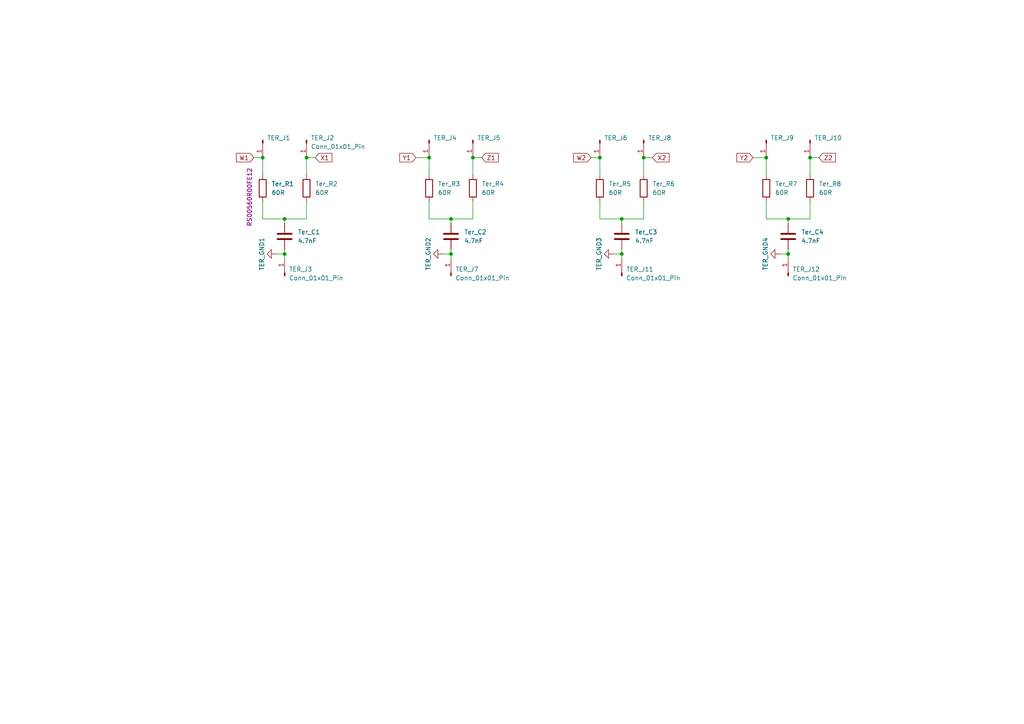
<source format=kicad_sch>
(kicad_sch (version 20231120) (generator "eeschema") (generator_version "8.0")
  (paper "A4")
  (lib_symbols
    (symbol "Connector:Conn_01x01_Pin" (pin_names (offset 1.016) hide)
      (property "Reference" "J" (at 0 2.54 0))
      (property "Value" "Conn_01x01_Pin" (at 0 -2.54 0))
      (symbol "Conn_01x01_Pin_1_1"
        (polyline (pts (xy 1.27 0) (xy 0.8636 0)) (stroke (width 0.1524)))
        (rectangle (start 0.8636 0.127) (end 0 -0.127) (stroke (width 0.1524)) (fill (type outline)))
        (pin passive line (at 5.08 0 180) (length 3.81) (name "Pin_1") (number "1"))
      )
    )
    (symbol "Device:C" (pin_numbers hide) (pin_names (offset 0.254))
      (property "Reference" "C" (at 0.635 2.54 0))
      (property "Value" "C" (at 0.635 -2.54 0))
      (symbol "C_0_1"
        (polyline (pts (xy -2.032 -0.762) (xy 2.032 -0.762)) (stroke (width 0.508)))
        (polyline (pts (xy -2.032 0.762) (xy 2.032 0.762)) (stroke (width 0.508)))
      )
      (symbol "C_1_1"
        (pin passive line (at 0 3.81 270) (length 2.794) (name "~") (number "1"))
        (pin passive line (at 0 -3.81 90) (length 2.794) (name "~") (number "2"))
      )
    )
    (symbol "Device:R" (pin_numbers hide) (pin_names (offset 0))
      (property "Reference" "R" (at 2.032 0 90))
      (property "Value" "R" (at 0 0 90))
      (symbol "R_0_1"
        (rectangle (start -1.016 -2.54) (end 1.016 2.54) (stroke (width 0.254)))
      )
      (symbol "R_1_1"
        (pin passive line (at 0 3.81 270) (length 1.27) (name "~") (number "1"))
        (pin passive line (at 0 -3.81 90) (length 1.27) (name "~") (number "2"))
      )
    )
    (symbol "power:GND" (power) (pin_numbers hide) (pin_names (offset 0) hide)
      (property "Value" "GND" (at 0 -3.81 0))
      (symbol "GND_0_1"
        (polyline (pts (xy 0 0) (xy 0 -1.27) (xy 1.27 -1.27) (xy 0 -2.54) (xy -1.27 -1.27) (xy 0 -1.27)))
      )
      (symbol "GND_1_1"
        (pin power_in line (at 0 0 270) (length 0) (name "~") (number "1"))
      )
    )
  )
  (junction (at 173.99 45.72))
  (junction (at 228.6 73.66))
  (junction (at 186.69 45.72))
  (junction (at 124.46 45.72))
  (junction (at 234.95 45.72))
  (junction (at 130.81 63.5))
  (junction (at 82.55 73.66))
  (junction (at 180.34 63.5))
  (junction (at 180.34 73.66))
  (junction (at 130.81 73.66))
  (junction (at 88.9 45.72))
  (junction (at 82.55 63.5))
  (junction (at 137.16 45.72))
  (junction (at 228.6 63.5))
  (junction (at 76.2 45.72))
  (junction (at 222.25 45.72))
  (wire (pts (xy 88.9 45.72) (xy 88.9 50.8)))
  (wire (pts (xy 218.44 45.72) (xy 222.25 45.72)))
  (wire (pts (xy 124.46 45.72) (xy 124.46 50.8)))
  (wire (pts (xy 186.69 45.72) (xy 186.69 50.8)))
  (wire (pts (xy 189.23 45.72) (xy 186.69 45.72)))
  (wire (pts (xy 222.25 58.42) (xy 222.25 63.5)))
  (wire (pts (xy 228.6 63.5) (xy 234.95 63.5)))
  (wire (pts (xy 130.81 74.93) (xy 130.81 73.66)))
  (wire (pts (xy 171.45 45.72) (xy 173.99 45.72)))
  (wire (pts (xy 124.46 63.5) (xy 130.81 63.5)))
  (wire (pts (xy 76.2 63.5) (xy 82.55 63.5)))
  (wire (pts (xy 228.6 74.93) (xy 228.6 73.66)))
  (wire (pts (xy 91.44 45.72) (xy 88.9 45.72)))
  (wire (pts (xy 180.34 64.77) (xy 180.34 63.5)))
  (wire (pts (xy 80.01 73.66) (xy 82.55 73.66)))
  (wire (pts (xy 234.95 45.72) (xy 234.95 50.8)))
  (wire (pts (xy 76.2 58.42) (xy 76.2 63.5)))
  (wire (pts (xy 124.46 58.42) (xy 124.46 63.5)))
  (wire (pts (xy 177.8 73.66) (xy 180.34 73.66)))
  (wire (pts (xy 128.27 73.66) (xy 130.81 73.66)))
  (wire (pts (xy 82.55 64.77) (xy 82.55 63.5)))
  (wire (pts (xy 173.99 45.72) (xy 173.99 50.8)))
  (wire (pts (xy 137.16 45.72) (xy 137.16 50.8)))
  (wire (pts (xy 222.25 45.72) (xy 222.25 50.8)))
  (wire (pts (xy 180.34 63.5) (xy 186.69 63.5)))
  (wire (pts (xy 130.81 73.66) (xy 130.81 72.39)))
  (wire (pts (xy 186.69 63.5) (xy 186.69 58.42)))
  (wire (pts (xy 137.16 63.5) (xy 137.16 58.42)))
  (wire (pts (xy 222.25 63.5) (xy 228.6 63.5)))
  (wire (pts (xy 234.95 63.5) (xy 234.95 58.42)))
  (wire (pts (xy 228.6 73.66) (xy 228.6 72.39)))
  (wire (pts (xy 130.81 63.5) (xy 137.16 63.5)))
  (wire (pts (xy 88.9 63.5) (xy 88.9 58.42)))
  (wire (pts (xy 82.55 74.93) (xy 82.55 73.66)))
  (wire (pts (xy 76.2 45.72) (xy 76.2 50.8)))
  (wire (pts (xy 237.49 45.72) (xy 234.95 45.72)))
  (wire (pts (xy 180.34 73.66) (xy 180.34 72.39)))
  (wire (pts (xy 173.99 58.42) (xy 173.99 63.5)))
  (wire (pts (xy 130.81 64.77) (xy 130.81 63.5)))
  (wire (pts (xy 173.99 63.5) (xy 180.34 63.5)))
  (wire (pts (xy 82.55 63.5) (xy 88.9 63.5)))
  (wire (pts (xy 82.55 73.66) (xy 82.55 72.39)))
  (wire (pts (xy 180.34 74.93) (xy 180.34 73.66)))
  (wire (pts (xy 120.65 45.72) (xy 124.46 45.72)))
  (wire (pts (xy 73.66 45.72) (xy 76.2 45.72)))
  (wire (pts (xy 226.06 73.66) (xy 228.6 73.66)))
  (wire (pts (xy 228.6 64.77) (xy 228.6 63.5)))
  (wire (pts (xy 139.7 45.72) (xy 137.16 45.72)))
  (global_label "Z2" (shape input) (at 237.49 45.72 0) (property "Intersheetrefs" "${INTERSHEET_REFS}" (effects (hide yes))))
  (global_label "X2" (shape input) (at 189.23 45.72 0) (property "Intersheetrefs" "${INTERSHEET_REFS}" (effects (hide yes))))
  (global_label "Y1" (shape input) (at 120.65 45.72 180) (property "Intersheetrefs" "${INTERSHEET_REFS}" (effects (hide yes))))
  (global_label "X1" (shape input) (at 91.44 45.72 0) (property "Intersheetrefs" "${INTERSHEET_REFS}" (effects (hide yes))))
  (global_label "W1" (shape input) (at 73.66 45.72 180) (property "Intersheetrefs" "${INTERSHEET_REFS}" (effects (hide yes))))
  (global_label "Y2" (shape input) (at 218.44 45.72 180) (property "Intersheetrefs" "${INTERSHEET_REFS}" (effects (hide yes))))
  (global_label "W2" (shape input) (at 171.45 45.72 180) (property "Intersheetrefs" "${INTERSHEET_REFS}" (effects (hide yes))))
  (global_label "Z1" (shape input) (at 139.7 45.72 0) (property "Intersheetrefs" "${INTERSHEET_REFS}" (effects (hide yes))))
  (symbol (lib_id "Connector:Conn_01x01_Pin") (at 234.95 40.64 270) (unit 1)
    (property "Reference" "TER_J10" (at 236.22 40.0049 90) (effects (justify left)))
    (property "Value" "Conn_01x01_Pin" (effects (hide yes)))
    (property "Footprint" "Connector_PinSocket_2.54mm:PinSocket_1x01_P2.54mm_Vertical" (effects (hide yes)))
    (property "Description" "Generic connector, single row, 01x01, script generated" (effects (hide yes)))
  )
  (symbol (lib_id "Connector:Conn_01x01_Pin") (at 222.25 40.64 270) (unit 1)
    (property "Reference" "TER_J9" (at 223.52 40.0049 90) (effects (justify left)))
    (property "Value" "Conn_01x01_Pin" (effects (hide yes)))
    (property "Footprint" "Connector_PinSocket_2.54mm:PinSocket_1x01_P2.54mm_Vertical" (effects (hide yes)))
    (property "Description" "Generic connector, single row, 01x01, script generated" (effects (hide yes)))
  )
  (symbol (lib_id "Connector:Conn_01x01_Pin") (at 82.55 80.01 90) (unit 1)
    (property "Reference" "TER_J3" (at 83.82 78.1049 90) (effects (justify right)))
    (property "Value" "Conn_01x01_Pin" (at 83.82 80.6449 90) (effects (justify right)))
    (property "Footprint" "Connector_PinSocket_2.54mm:PinSocket_1x01_P2.54mm_Vertical" (effects (hide yes)))
    (property "Description" "Generic connector, single row, 01x01, script generated" (effects (hide yes)))
  )
  (symbol (lib_id "Device:R") (at 234.95 54.61 0) (unit 1)
    (property "Reference" "Ter_R8" (at 237.49 53.3399 0) (effects (justify left)))
    (property "Value" "60R" (at 237.49 55.8799 0) (effects (justify left)))
    (property "Footprint" "Resistor_THT:R_Axial_DIN0204_L3.6mm_D1.6mm_P7.62mm_Horizontal" (effects (hide yes)))
    (property "Description" "Resistor" (effects (hide yes)))
    (property "Type" "RS00560R00FE12" (effects (hide yes)))
  )
  (symbol (lib_id "Device:R") (at 124.46 54.61 0) (unit 1)
    (property "Reference" "Ter_R3" (at 127 53.3399 0) (effects (justify left)))
    (property "Value" "60R" (at 127 55.8799 0) (effects (justify left)))
    (property "Footprint" "Resistor_THT:R_Axial_DIN0204_L3.6mm_D1.6mm_P7.62mm_Horizontal" (effects (hide yes)))
    (property "Description" "Resistor" (effects (hide yes)))
    (property "Type" "RS00560R00FE12" (effects (hide yes)))
  )
  (symbol (lib_id "Device:R") (at 88.9 54.61 0) (unit 1)
    (property "Reference" "Ter_R2" (at 91.44 53.3399 0) (effects (justify left)))
    (property "Value" "60R" (at 91.44 55.8799 0) (effects (justify left)))
    (property "Footprint" "Resistor_THT:R_Axial_DIN0204_L3.6mm_D1.6mm_P7.62mm_Horizontal" (effects (hide yes)))
    (property "Description" "Resistor" (effects (hide yes)))
    (property "Type" "RS00560R00FE12" (effects (hide yes)))
  )
  (symbol (lib_id "Device:R") (at 173.99 54.61 0) (unit 1)
    (property "Reference" "Ter_R5" (at 176.53 53.3399 0) (effects (justify left)))
    (property "Value" "60R" (at 176.53 55.8799 0) (effects (justify left)))
    (property "Footprint" "Resistor_THT:R_Axial_DIN0204_L3.6mm_D1.6mm_P7.62mm_Horizontal" (effects (hide yes)))
    (property "Description" "Resistor" (effects (hide yes)))
    (property "Type" "RS00560R00FE12" (effects (hide yes)))
  )
  (symbol (lib_id "Connector:Conn_01x01_Pin") (at 88.9 40.64 270) (unit 1)
    (property "Reference" "TER_J2" (at 90.17 40.0049 90) (effects (justify left)))
    (property "Value" "Conn_01x01_Pin" (at 90.17 42.5449 90) (effects (justify left)))
    (property "Footprint" "Connector_PinSocket_2.54mm:PinSocket_1x01_P2.54mm_Vertical" (effects (hide yes)))
    (property "Description" "Generic connector, single row, 01x01, script generated" (effects (hide yes)))
  )
  (symbol (lib_id "Device:R") (at 76.2 54.61 0) (unit 1)
    (property "Reference" "Ter_R1" (at 78.74 53.3399 0) (effects (justify left)))
    (property "Value" "60R" (at 78.74 55.8799 0) (effects (justify left)))
    (property "Footprint" "Resistor_THT:R_Axial_DIN0204_L3.6mm_D1.6mm_P7.62mm_Horizontal" (effects (hide yes)))
    (property "Description" "Resistor" (effects (hide yes)))
    (property "Type" "RS00560R00FE12" (at 72.39 57.15 90))
  )
  (symbol (lib_id "Device:R") (at 222.25 54.61 0) (unit 1)
    (property "Reference" "Ter_R7" (at 224.79 53.3399 0) (effects (justify left)))
    (property "Value" "60R" (at 224.79 55.8799 0) (effects (justify left)))
    (property "Footprint" "Resistor_THT:R_Axial_DIN0204_L3.6mm_D1.6mm_P7.62mm_Horizontal" (effects (hide yes)))
    (property "Description" "Resistor" (effects (hide yes)))
    (property "Type" "RS00560R00FE12" (effects (hide yes)))
  )
  (symbol (lib_id "Connector:Conn_01x01_Pin") (at 76.2 40.64 270) (unit 1)
    (property "Reference" "TER_J1" (at 77.47 40.0049 90) (effects (justify left)))
    (property "Value" "Conn_01x01_Pin" (effects (hide yes)))
    (property "Footprint" "Connector_PinSocket_2.54mm:PinSocket_1x01_P2.54mm_Vertical" (effects (hide yes)))
    (property "Description" "Generic connector, single row, 01x01, script generated" (effects (hide yes)))
  )
  (symbol (lib_id "Connector:Conn_01x01_Pin") (at 173.99 40.64 270) (unit 1)
    (property "Reference" "TER_J6" (at 175.26 40.0049 90) (effects (justify left)))
    (property "Value" "Conn_01x01_Pin" (effects (hide yes)))
    (property "Footprint" "Connector_PinSocket_2.54mm:PinSocket_1x01_P2.54mm_Vertical" (effects (hide yes)))
    (property "Description" "Generic connector, single row, 01x01, script generated" (effects (hide yes)))
  )
  (symbol (lib_id "Device:C") (at 180.34 68.58 0) (unit 1)
    (property "Reference" "Ter_C3" (at 184.15 67.3099 0) (effects (justify left)))
    (property "Value" "4.7nF" (at 184.15 69.8499 0) (effects (justify left)))
    (property "Footprint" "Capacitor_SMD:C_0603_1608Metric_Pad1.08x0.95mm_HandSolder" (effects (hide yes)))
    (property "Description" "Unpolarized capacitor" (effects (hide yes)))
  )
  (symbol (lib_id "power:GND") (at 226.06 73.66 270) (unit 1)
    (property "Reference" "#PWR058" (effects (hide yes)))
    (property "Value" "TER_GND4" (at 221.996 73.66 0))
    (property "Description" "Power symbol creates a global label with name \"GND\" , ground" (effects (hide yes)))
  )
  (symbol (lib_id "Device:R") (at 186.69 54.61 0) (unit 1)
    (property "Reference" "Ter_R6" (at 189.23 53.3399 0) (effects (justify left)))
    (property "Value" "60R" (at 189.23 55.8799 0) (effects (justify left)))
    (property "Footprint" "Resistor_THT:R_Axial_DIN0204_L3.6mm_D1.6mm_P7.62mm_Horizontal" (effects (hide yes)))
    (property "Description" "Resistor" (effects (hide yes)))
    (property "Type" "RS00560R00FE12" (effects (hide yes)))
  )
  (symbol (lib_id "Device:R") (at 137.16 54.61 0) (unit 1)
    (property "Reference" "Ter_R4" (at 139.7 53.3399 0) (effects (justify left)))
    (property "Value" "60R" (at 139.7 55.8799 0) (effects (justify left)))
    (property "Footprint" "Resistor_THT:R_Axial_DIN0204_L3.6mm_D1.6mm_P7.62mm_Horizontal" (effects (hide yes)))
    (property "Description" "Resistor" (effects (hide yes)))
    (property "Type" "RS00560R00FE12" (effects (hide yes)))
  )
  (symbol (lib_id "Connector:Conn_01x01_Pin") (at 137.16 40.64 270) (unit 1)
    (property "Reference" "TER_J5" (at 138.43 40.0049 90) (effects (justify left)))
    (property "Value" "Conn_01x01_Pin" (effects (hide yes)))
    (property "Footprint" "Connector_PinSocket_2.54mm:PinSocket_1x01_P2.54mm_Vertical" (effects (hide yes)))
    (property "Description" "Generic connector, single row, 01x01, script generated" (effects (hide yes)))
  )
  (symbol (lib_id "Device:C") (at 130.81 68.58 0) (unit 1)
    (property "Reference" "Ter_C2" (at 134.62 67.3099 0) (effects (justify left)))
    (property "Value" "4.7nF" (at 134.62 69.8499 0) (effects (justify left)))
    (property "Footprint" "Capacitor_SMD:C_0603_1608Metric_Pad1.08x0.95mm_HandSolder" (effects (hide yes)))
    (property "Description" "Unpolarized capacitor" (effects (hide yes)))
  )
  (symbol (lib_id "Device:C") (at 82.55 68.58 0) (unit 1)
    (property "Reference" "Ter_C1" (at 86.36 67.3099 0) (effects (justify left)))
    (property "Value" "4.7nF" (at 86.36 69.8499 0) (effects (justify left)))
    (property "Footprint" "Capacitor_SMD:C_0603_1608Metric_Pad1.08x0.95mm_HandSolder" (effects (hide yes)))
    (property "Description" "Unpolarized capacitor" (effects (hide yes)))
  )
  (symbol (lib_id "power:GND") (at 128.27 73.66 270) (unit 1)
    (property "Reference" "#PWR018" (effects (hide yes)))
    (property "Value" "TER_GND2" (at 124.206 73.66 0))
    (property "Description" "Power symbol creates a global label with name \"GND\" , ground" (effects (hide yes)))
  )
  (symbol (lib_id "Connector:Conn_01x01_Pin") (at 130.81 80.01 90) (unit 1)
    (property "Reference" "TER_J7" (at 132.08 78.1049 90) (effects (justify right)))
    (property "Value" "Conn_01x01_Pin" (at 132.08 80.6449 90) (effects (justify right)))
    (property "Footprint" "Connector_PinSocket_2.54mm:PinSocket_1x01_P2.54mm_Vertical" (effects (hide yes)))
    (property "Description" "Generic connector, single row, 01x01, script generated" (effects (hide yes)))
  )
  (symbol (lib_id "Connector:Conn_01x01_Pin") (at 228.6 80.01 90) (unit 1)
    (property "Reference" "TER_J12" (at 229.87 78.1049 90) (effects (justify right)))
    (property "Value" "Conn_01x01_Pin" (at 229.87 80.6449 90) (effects (justify right)))
    (property "Footprint" "Connector_PinSocket_2.54mm:PinSocket_1x01_P2.54mm_Vertical" (effects (hide yes)))
    (property "Description" "Generic connector, single row, 01x01, script generated" (effects (hide yes)))
  )
  (symbol (lib_id "power:GND") (at 80.01 73.66 270) (unit 1)
    (property "Reference" "#PWR017" (effects (hide yes)))
    (property "Value" "TER_GND1" (at 75.946 73.66 0))
    (property "Description" "Power symbol creates a global label with name \"GND\" , ground" (effects (hide yes)))
  )
  (symbol (lib_id "Device:C") (at 228.6 68.58 0) (unit 1)
    (property "Reference" "Ter_C4" (at 232.41 67.3099 0) (effects (justify left)))
    (property "Value" "4.7nF" (at 232.41 69.8499 0) (effects (justify left)))
    (property "Footprint" "Capacitor_SMD:C_0603_1608Metric_Pad1.08x0.95mm_HandSolder" (effects (hide yes)))
    (property "Description" "Unpolarized capacitor" (effects (hide yes)))
  )
  (symbol (lib_id "Connector:Conn_01x01_Pin") (at 186.69 40.64 270) (unit 1)
    (property "Reference" "TER_J8" (at 187.96 40.0049 90) (effects (justify left)))
    (property "Value" "Conn_01x01_Pin" (effects (hide yes)))
    (property "Footprint" "Connector_PinSocket_2.54mm:PinSocket_1x01_P2.54mm_Vertical" (effects (hide yes)))
    (property "Description" "Generic connector, single row, 01x01, script generated" (effects (hide yes)))
  )
  (symbol (lib_id "power:GND") (at 177.8 73.66 270) (unit 1)
    (property "Reference" "#PWR033" (effects (hide yes)))
    (property "Value" "TER_GND3" (at 173.736 73.66 0))
    (property "Description" "Power symbol creates a global label with name \"GND\" , ground" (effects (hide yes)))
  )
  (symbol (lib_id "Connector:Conn_01x01_Pin") (at 180.34 80.01 90) (unit 1)
    (property "Reference" "TER_J11" (at 181.61 78.1049 90) (effects (justify right)))
    (property "Value" "Conn_01x01_Pin" (at 181.61 80.6449 90) (effects (justify right)))
    (property "Footprint" "Connector_PinSocket_2.54mm:PinSocket_1x01_P2.54mm_Vertical" (effects (hide yes)))
    (property "Description" "Generic connector, single row, 01x01, script generated" (effects (hide yes)))
  )
  (symbol (lib_id "Connector:Conn_01x01_Pin") (at 124.46 40.64 270) (unit 1)
    (property "Reference" "TER_J4" (at 125.73 40.0049 90) (effects (justify left)))
    (property "Value" "Conn_01x01_Pin" (effects (hide yes)))
    (property "Footprint" "Connector_PinSocket_2.54mm:PinSocket_1x01_P2.54mm_Vertical" (effects (hide yes)))
    (property "Description" "Generic connector, single row, 01x01, script generated" (effects (hide yes)))
  )
)
</source>
